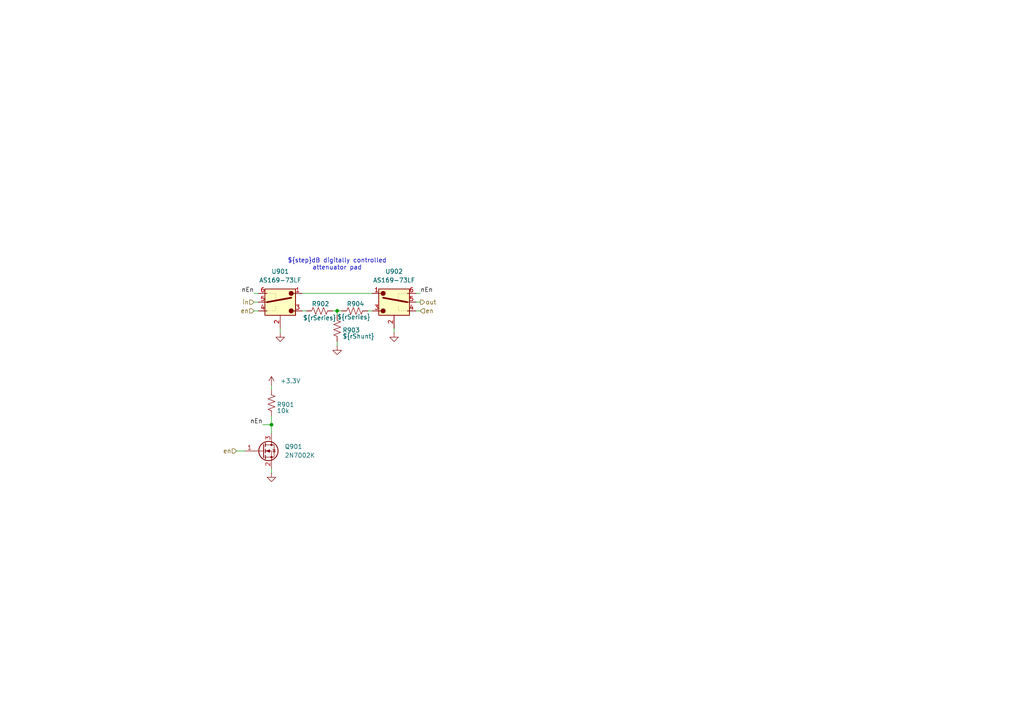
<source format=kicad_sch>
(kicad_sch (version 20250114) (generator "eeschema") (generator_version "9.0")
  (paper "A4")
  (lib_symbols
    (symbol "Device:R_US" (pin_numbers (hide yes)) (pin_names (offset 0))
      (property "Reference" "R" (at 2.54 0 90))
      (property "Value" "R_US" (at -2.54 0 90))
      (symbol "R_US_0_1"
        (polyline (pts (xy 0 2.286) (xy 0 2.54)))
        (polyline (pts (xy 0 2.286) (xy 1.016 1.905) (xy 0 1.524) (xy -1.016 1.143) (xy 0 0.762)))
        (polyline (pts (xy 0 0.762) (xy 1.016 0.381) (xy 0 0) (xy -1.016 -0.381) (xy 0 -0.762)))
        (polyline (pts (xy 0 -0.762) (xy 1.016 -1.143) (xy 0 -1.524) (xy -1.016 -1.905) (xy 0 -2.286)))
        (polyline (pts (xy 0 -2.286) (xy 0 -2.54)))
      )
      (symbol "R_US_1_1"
        (pin passive line (at 0 3.81 270) (length 1.27) (name "~") (number "1"))
        (pin passive line (at 0 -3.81 90) (length 1.27) (name "~") (number "2"))
      )
    )
    (symbol "Library:AS183-92LF" (pin_names (hide yes))
      (property "Reference" "U" (at 0 6.35 0))
      (property "Value" "AS183-92LF" (at 0 0 0))
      (symbol "AS183-92LF_1_1"
        (rectangle (start -4.445 3.81) (end 4.445 -3.81) (stroke (width 0.254)) (fill (type background)))
        (circle (center -3.175 2.54) (radius 0.635) (fill (type outline)))
        (circle (center -3.175 -2.54) (radius 0.635) (fill (type outline)))
        (polyline (pts (xy 3.81 2.54) (xy 1.27 2.54) (xy 1.27 0.635)) (stroke (width 0.127) (type dot)))
        (polyline (pts (xy 3.81 0) (xy -3.175 1.27)) (stroke (width 0.508)))
        (polyline (pts (xy 3.81 -2.54) (xy 1.27 -2.54) (xy 1.27 -1.27)) (stroke (width 0.127) (type dot)))
        (pin passive line (at -6.35 2.54 0) (length 2.54) (name "J3") (number "1"))
        (pin passive line (at -6.35 -2.54 0) (length 2.54) (name "J2") (number "3"))
        (pin passive line (at 0 -7.62 90) (length 3.81) (name "GND") (number "2"))
        (pin passive line (at 6.35 2.54 180) (length 2.54) (name "V2") (number "6"))
        (pin passive line (at 6.35 0 180) (length 2.54) (name "J1") (number "5"))
        (pin passive line (at 6.35 -2.54 180) (length 2.54) (name "V1") (number "4"))
      )
    )
    (symbol "Transistor_FET:2N7002K" (pin_names (offset 0) (hide yes))
      (property "Reference" "Q" (at 5.08 1.905 0))
      (property "Value" "2N7002K" (at 5.08 0 0))
      (symbol "2N7002K_0_1"
        (polyline (pts (xy 0.254 1.905) (xy 0.254 -1.905)) (stroke (width 0.254)))
        (polyline (pts (xy 0.254 0) (xy -2.54 0)))
        (polyline (pts (xy 0.762 2.286) (xy 0.762 1.27)) (stroke (width 0.254)))
        (polyline (pts (xy 0.762 0.508) (xy 0.762 -0.508)) (stroke (width 0.254)))
        (polyline (pts (xy 0.762 -1.27) (xy 0.762 -2.286)) (stroke (width 0.254)))
        (polyline (pts (xy 0.762 -1.778) (xy 3.302 -1.778) (xy 3.302 1.778) (xy 0.762 1.778)))
        (polyline (pts (xy 1.016 0) (xy 2.032 0.381) (xy 2.032 -0.381) (xy 1.016 0)) (fill (type outline)))
        (circle (center 1.651 0) (radius 2.794) (stroke (width 0.254)))
        (polyline (pts (xy 2.54 2.54) (xy 2.54 1.778)))
        (circle (center 2.54 1.778) (radius 0.254) (fill (type outline)))
        (circle (center 2.54 -1.778) (radius 0.254) (fill (type outline)))
        (polyline (pts (xy 2.54 -2.54) (xy 2.54 0) (xy 0.762 0)))
        (polyline (pts (xy 2.921 0.381) (xy 3.683 0.381)))
        (polyline (pts (xy 3.302 0.381) (xy 2.921 -0.254) (xy 3.683 -0.254) (xy 3.302 0.381)))
      )
      (symbol "2N7002K_1_1"
        (pin input line (at -5.08 0 0) (length 2.54) (name "G") (number "1"))
        (pin passive line (at 2.54 5.08 270) (length 2.54) (name "D") (number "3"))
        (pin passive line (at 2.54 -5.08 90) (length 2.54) (name "S") (number "2"))
      )
    )
    (symbol "power:+5V" (power) (pin_numbers (hide yes)) (pin_names (offset 0) (hide yes))
      (property "Value" "+5V" (at 0 3.556 0))
      (symbol "+5V_0_1"
        (polyline (pts (xy -0.762 1.27) (xy 0 2.54)))
        (polyline (pts (xy 0 2.54) (xy 0.762 1.27)))
        (polyline (pts (xy 0 0) (xy 0 2.54)))
      )
      (symbol "+5V_1_1"
        (pin power_in line (at 0 0 90) (length 0) (name "~") (number "1"))
      )
    )
    (symbol "power:GND" (power) (pin_numbers (hide yes)) (pin_names (offset 0) (hide yes))
      (property "Value" "GND" (at 0 -3.81 0))
      (symbol "GND_0_1"
        (polyline (pts (xy 0 0) (xy 0 -1.27) (xy 1.27 -1.27) (xy 0 -2.54) (xy -1.27 -1.27) (xy 0 -1.27)))
      )
      (symbol "GND_1_1"
        (pin power_in line (at 0 0 270) (length 0) (name "~") (number "1"))
      )
    )
  )
  (text "${step}dB digitally controlled\nattenuator pad" (at 97.79 76.708 0) (effects (font (size 1.27 1.27))))
  (junction (at 78.74 123.19))
  (junction (at 97.79 90.17))
  (wire (pts (xy 97.79 91.44) (xy 97.79 90.17)))
  (wire (pts (xy 106.68 90.17) (xy 107.95 90.17)))
  (wire (pts (xy 120.65 87.63) (xy 121.92 87.63)))
  (wire (pts (xy 78.74 111.76) (xy 78.74 113.03)))
  (wire (pts (xy 114.3 95.25) (xy 114.3 96.52)))
  (wire (pts (xy 87.63 85.09) (xy 107.95 85.09)))
  (wire (pts (xy 78.74 120.65) (xy 78.74 123.19)))
  (wire (pts (xy 73.66 90.17) (xy 74.93 90.17)))
  (wire (pts (xy 87.63 90.17) (xy 88.9 90.17)))
  (wire (pts (xy 68.58 130.81) (xy 71.12 130.81)))
  (wire (pts (xy 120.65 85.09) (xy 121.92 85.09)))
  (wire (pts (xy 73.66 87.63) (xy 74.93 87.63)))
  (wire (pts (xy 97.79 99.06) (xy 97.79 100.33)))
  (wire (pts (xy 76.2 123.19) (xy 78.74 123.19)))
  (wire (pts (xy 78.74 123.19) (xy 78.74 125.73)))
  (wire (pts (xy 96.52 90.17) (xy 97.79 90.17)))
  (wire (pts (xy 81.28 95.25) (xy 81.28 96.52)))
  (wire (pts (xy 97.79 90.17) (xy 99.06 90.17)))
  (wire (pts (xy 120.65 90.17) (xy 121.92 90.17)))
  (wire (pts (xy 78.74 135.89) (xy 78.74 137.16)))
  (wire (pts (xy 73.66 85.09) (xy 74.93 85.09)))
  (label "nEn" (at 76.2 123.19 180))
  (label "nEn" (at 121.92 85.09 0))
  (label "nEn" (at 73.66 85.09 180))
  (hierarchical_label "in" (shape input) (at 73.66 87.63 180))
  (hierarchical_label "en" (shape input) (at 68.58 130.81 180))
  (hierarchical_label "en" (shape input) (at 73.66 90.17 180))
  (hierarchical_label "out" (shape output) (at 121.92 87.63 0))
  (hierarchical_label "en" (shape input) (at 121.92 90.17 0))
  (symbol (lib_id "power:GND") (at 81.28 96.52 0) (unit 1)
    (property "Reference" "#PWR0801" (effects (hide yes)))
    (property "Value" "GND" (effects (hide yes)))
    (property "Description" "Power symbol creates a global label with name \"GND\" , ground" (effects (hide yes)))
    (instances (project "USB-SSB-txcvr" (path "" (reference "#PWR0901") (unit 1)) (path "" (reference "#PWR01001") (unit 1)) (path "" (reference "#PWR01101") (unit 1)) (path "" (reference "#PWR0801") (unit 1))))
  )
  (symbol (lib_id "Device:R_US") (at 78.74 116.84 0) (unit 1)
    (property "Reference" "R801" (at 80.264 117.348 0) (effects (justify left)))
    (property "Value" "10k" (at 80.264 119.126 0) (effects (justify left)))
    (property "Description" "Resistor, US symbol" (effects (hide yes)))
    (instances (project "USB-SSB-txcvr" (path "" (reference "R901") (unit 1)) (path "" (reference "R1001") (unit 1)) (path "" (reference "R1101") (unit 1)) (path "" (reference "R801") (unit 1))))
  )
  (symbol (lib_id "Library:AS183-92LF") (at 81.28 87.63 0) (mirror y) (unit 1)
    (property "Reference" "U801" (at 81.28 78.74 0))
    (property "Value" "AS169-73LF" (at 81.28 81.28 0))
    (instances (project "" (path "" (reference "U901") (unit 1)) (path "" (reference "U1001") (unit 1)) (path "" (reference "U1101") (unit 1)) (path "" (reference "U801") (unit 1))))
  )
  (symbol (lib_id "Device:R_US") (at 97.79 95.25 0) (unit 1)
    (property "Reference" "R803" (at 99.314 95.758 0) (effects (justify left)))
    (property "Value" "${rShunt}" (at 99.314 97.536 0) (effects (justify left)))
    (property "Description" "Resistor, US symbol" (effects (hide yes)))
    (instances (project "USB-SSB-txcvr" (path "" (reference "R903") (unit 1)) (path "" (reference "R1003") (unit 1)) (path "" (reference "R1103") (unit 1)) (path "" (reference "R803") (unit 1))))
  )
  (symbol (lib_id "Library:AS183-92LF") (at 114.3 87.63 0) (unit 1)
    (property "Reference" "U802" (at 114.3 78.74 0))
    (property "Value" "AS169-73LF" (at 114.3 81.28 0))
    (instances (project "USB-SSB-txcvr" (path "" (reference "U902") (unit 1)) (path "" (reference "U1002") (unit 1)) (path "" (reference "U1102") (unit 1)) (path "" (reference "U802") (unit 1))))
  )
  (symbol (lib_id "power:GND") (at 78.74 137.16 0) (unit 1)
    (property "Reference" "#PWR0803" (effects (hide yes)))
    (property "Value" "GND" (effects (hide yes)))
    (property "Description" "Power symbol creates a global label with name \"GND\" , ground" (effects (hide yes)))
    (instances (project "USB-SSB-txcvr" (path "" (reference "#PWR0903") (unit 1)) (path "" (reference "#PWR01003") (unit 1)) (path "" (reference "#PWR01103") (unit 1)) (path "" (reference "#PWR0803") (unit 1))))
  )
  (symbol (lib_id "power:GND") (at 97.79 100.33 0) (unit 1)
    (property "Reference" "#PWR0804" (effects (hide yes)))
    (property "Value" "GND" (effects (hide yes)))
    (property "Description" "Power symbol creates a global label with name \"GND\" , ground" (effects (hide yes)))
    (instances (project "USB-SSB-txcvr" (path "" (reference "#PWR0904") (unit 1)) (path "" (reference "#PWR01004") (unit 1)) (path "" (reference "#PWR01104") (unit 1)) (path "" (reference "#PWR0804") (unit 1))))
  )
  (symbol (lib_id "Device:R_US") (at 102.87 90.17 90) (unit 1)
    (property "Reference" "R804" (at 103.124 88.138 90))
    (property "Value" "${rSeries}" (at 102.616 91.948 90))
    (property "Description" "Resistor, US symbol" (effects (hide yes)))
    (instances (project "USB-SSB-txcvr" (path "" (reference "R904") (unit 1)) (path "" (reference "R1004") (unit 1)) (path "" (reference "R1104") (unit 1)) (path "" (reference "R804") (unit 1))))
  )
  (symbol (lib_id "power:GND") (at 114.3 96.52 0) (unit 1)
    (property "Reference" "#PWR0805" (effects (hide yes)))
    (property "Value" "GND" (effects (hide yes)))
    (property "Description" "Power symbol creates a global label with name \"GND\" , ground" (effects (hide yes)))
    (instances (project "USB-SSB-txcvr" (path "" (reference "#PWR0905") (unit 1)) (path "" (reference "#PWR01005") (unit 1)) (path "" (reference "#PWR01105") (unit 1)) (path "" (reference "#PWR0805") (unit 1))))
  )
  (symbol (lib_id "Device:R_US") (at 92.71 90.17 270) (unit 1)
    (property "Reference" "R802" (at 92.964 88.138 90))
    (property "Value" "${rSeries}" (at 92.71 92.202 90))
    (property "Description" "Resistor, US symbol" (effects (hide yes)))
    (instances (project "USB-SSB-txcvr" (path "" (reference "R902") (unit 1)) (path "" (reference "R1002") (unit 1)) (path "" (reference "R1102") (unit 1)) (path "" (reference "R802") (unit 1))))
  )
  (symbol (lib_id "Transistor_FET:2N7002K") (at 76.2 130.81 0) (unit 1)
    (property "Reference" "Q801" (at 82.55 129.5399 0) (effects (justify left)))
    (property "Value" "2N7002K" (at 82.55 132.0799 0) (effects (justify left)))
    (property "Footprint" "Package_TO_SOT_SMD:SOT-23" (effects (hide yes)))
    (property "Datasheet" "https://www.diodes.com/assets/Datasheets/ds30896.pdf" (effects (hide yes)))
    (property "Description" "0.38A Id, 60V Vds, N-Channel MOSFET, SOT-23" (effects (hide yes)))
    (instances (project "" (path "" (reference "Q901") (unit 1)) (path "" (reference "Q1001") (unit 1)) (path "" (reference "Q1101") (unit 1)) (path "" (reference "Q801") (unit 1))))
  )
  (symbol (lib_id "power:+5V") (at 78.74 111.76 0) (unit 1)
    (property "Reference" "#PWR0802" (effects (hide yes)))
    (property "Value" "+3.3V" (at 81.28 110.4899 0) (effects (justify left)))
    (property "Description" "Power symbol creates a global label with name \"+5V\"" (effects (hide yes)))
    (instances (project "" (path "" (reference "#PWR0902") (unit 1)) (path "" (reference "#PWR01002") (unit 1)) (path "" (reference "#PWR01102") (unit 1)) (path "" (reference "#PWR0802") (unit 1))))
  )
)
</source>
